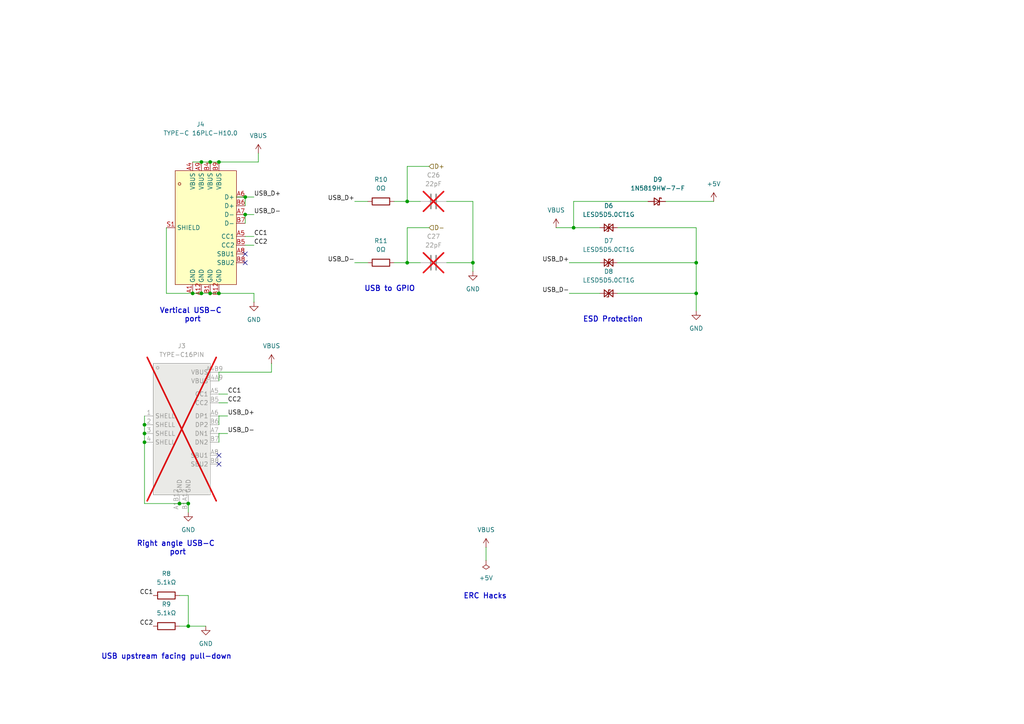
<source format=kicad_sch>
(kicad_sch (version 20231120) (generator "eeschema") (generator_version "8.0")
  (paper "A4")
  (lib_symbols
    (symbol "Device:C" (pin_numbers hide) (pin_names (offset 0.254))
      (property "Reference" "C" (at 0.635 2.54 0))
      (property "Value" "C" (at 0.635 -2.54 0))
      (symbol "C_0_1"
        (polyline (pts (xy -2.032 -0.762) (xy 2.032 -0.762)) (stroke (width 0.508)))
        (polyline (pts (xy -2.032 0.762) (xy 2.032 0.762)) (stroke (width 0.508)))
      )
      (symbol "C_1_1"
        (pin passive line (at 0 3.81 270) (length 2.794) (name "~") (number "1"))
        (pin passive line (at 0 -3.81 90) (length 2.794) (name "~") (number "2"))
      )
    )
    (symbol "Device:D_Schottky_Small" (pin_numbers hide) (pin_names (offset 0.254) hide)
      (property "Reference" "D" (at -1.27 2.032 0))
      (property "Value" "D_Schottky_Small" (at -7.112 -2.032 0))
      (symbol "D_Schottky_Small_0_1"
        (polyline (pts (xy -0.762 0) (xy 0.762 0)))
        (polyline (pts (xy 0.762 -1.016) (xy -0.762 0) (xy 0.762 1.016) (xy 0.762 -1.016)) (stroke (width 0.254)))
        (polyline (pts (xy -1.27 0.762) (xy -1.27 1.016) (xy -0.762 1.016) (xy -0.762 -1.016) (xy -0.254 -1.016) (xy -0.254 -0.762)) (stroke (width 0.254)))
      )
      (symbol "D_Schottky_Small_1_1"
        (pin passive line (at -2.54 0 0) (length 1.778) (name "K") (number "1"))
        (pin passive line (at 2.54 0 180) (length 1.778) (name "A") (number "2"))
      )
    )
    (symbol "Device:D_TVS_Small" (pin_numbers hide) (pin_names (offset 1.016) hide)
      (property "Reference" "D" (at 0 2.54 0))
      (property "Value" "D_TVS_Small" (at 0 -2.54 0))
      (symbol "D_TVS_Small_0_1"
        (polyline (pts (xy -1.27 0) (xy 1.27 0)))
        (polyline (pts (xy 0.508 1.016) (xy 0 1.016) (xy 0 -1.016) (xy -0.508 -1.016)) (stroke (width 0.254)))
        (polyline (pts (xy -1.27 1.016) (xy -1.27 -1.016) (xy 1.27 1.016) (xy 1.27 -1.016) (xy -1.27 1.016)) (stroke (width 0.254)))
      )
      (symbol "D_TVS_Small_1_1"
        (pin passive line (at -2.54 0 0) (length 1.27) (name "A1") (number "1"))
        (pin passive line (at 2.54 0 180) (length 1.27) (name "A2") (number "2"))
      )
    )
    (symbol "Device:R" (pin_numbers hide) (pin_names (offset 0))
      (property "Reference" "R" (at 2.032 0 90))
      (property "Value" "R" (at 0 0 90))
      (symbol "R_0_1"
        (rectangle (start -1.016 -2.54) (end 1.016 2.54) (stroke (width 0.254)))
      )
      (symbol "R_1_1"
        (pin passive line (at 0 3.81 270) (length 1.27) (name "~") (number "1"))
        (pin passive line (at 0 -3.81 90) (length 1.27) (name "~") (number "2"))
      )
    )
    (symbol "EasyEDA2Kicad:TYPE-C16PIN"
      (property "Reference" "J" (at -8.382 20.828 0))
      (property "Value" "TYPE-C16PIN" (at 9.144 -21.336 0))
      (symbol "TYPE-C16PIN_0_1"
        (rectangle (start -8.89 19.05) (end 7.62 -19.05) (fill (type background)))
        (circle (center -7.62 17.78) (radius 0.38))
        (pin unspecified line (at -11.43 3.81 0) (length 2.54) (name "SHELL") (number "1"))
        (pin unspecified line (at -11.43 1.27 0) (length 2.54) (name "SHELL") (number "2"))
        (pin unspecified line (at -11.43 -1.27 0) (length 2.54) (name "SHELL") (number "3"))
        (pin unspecified line (at -11.43 -3.81 0) (length 2.54) (name "SHELL") (number "4"))
        (pin unspecified line (at -1.27 -21.59 90) (length 2.54) (name "GND") (number "A1B12"))
        (pin unspecified line (at 10.16 16.51 180) (length 2.54) (name "VBUS") (number "A4B9"))
        (pin unspecified line (at 10.16 10.16 180) (length 2.54) (name "CC1") (number "A5"))
        (pin unspecified line (at 10.16 3.81 180) (length 2.54) (name "DP1") (number "A6"))
        (pin unspecified line (at 10.16 -1.27 180) (length 2.54) (name "DN1") (number "A7"))
        (pin unspecified line (at 10.16 -7.62 180) (length 2.54) (name "SBU1") (number "A8"))
        (pin unspecified line (at 1.27 -21.59 90) (length 2.54) (name "GND") (number "B1A12"))
        (pin unspecified line (at 10.16 13.97 180) (length 2.54) (name "VBUS") (number "B4A9"))
        (pin unspecified line (at 10.16 7.62 180) (length 2.54) (name "CC2") (number "B5"))
        (pin unspecified line (at 10.16 1.27 180) (length 2.54) (name "DP2") (number "B6"))
        (pin unspecified line (at 10.16 -3.81 180) (length 2.54) (name "DN2") (number "B7"))
        (pin unspecified line (at 10.16 -10.16 180) (length 2.54) (name "SBU2") (number "B8"))
      )
    )
    (symbol "EasyEDA2Kicad:TYPE-C16PLC-H10.0"
      (property "Reference" "J" (at -7.874 18.288 0))
      (property "Value" "TYPE-C 16PLC-H10.0" (at 16.256 18.542 0))
      (symbol "TYPE-C16PLC-H10.0_0_1"
        (rectangle (start -8.89 16.51) (end 8.89 -16.51) (fill (type background)))
        (circle (center -7.62 12.7) (radius 0.38))
        (pin unspecified line (at -3.81 -19.05 90) (length 2.54) (name "GND") (number "A1"))
        (pin unspecified line (at -1.27 -19.05 90) (length 2.54) (name "GND") (number "A12"))
        (pin unspecified line (at -3.81 19.05 270) (length 2.54) (name "VBUS") (number "A4"))
        (pin unspecified line (at 11.43 -2.54 180) (length 2.54) (name "CC1") (number "A5"))
        (pin unspecified line (at 11.43 8.89 180) (length 2.54) (name "D+") (number "A6"))
        (pin unspecified line (at 11.43 3.81 180) (length 2.54) (name "D-") (number "A7"))
        (pin unspecified line (at 11.43 -7.62 180) (length 2.54) (name "SBU1") (number "A8"))
        (pin unspecified line (at -1.27 19.05 270) (length 2.54) (name "VBUS") (number "A9"))
        (pin unspecified line (at 1.27 -19.05 90) (length 2.54) (name "GND") (number "B1"))
        (pin unspecified line (at 3.81 -19.05 90) (length 2.54) (name "GND") (number "B12"))
        (pin unspecified line (at 1.27 19.05 270) (length 2.54) (name "VBUS") (number "B4"))
        (pin unspecified line (at 11.43 -5.08 180) (length 2.54) (name "CC2") (number "B5"))
        (pin unspecified line (at 11.43 6.35 180) (length 2.54) (name "D+") (number "B6"))
        (pin unspecified line (at 11.43 1.27 180) (length 2.54) (name "D-") (number "B7"))
        (pin unspecified line (at 11.43 -10.16 180) (length 2.54) (name "SBU2") (number "B8"))
        (pin unspecified line (at 3.81 19.05 270) (length 2.54) (name "VBUS") (number "B9"))
      )
      (symbol "TYPE-C16PLC-H10.0_1_1"
        (pin unspecified line (at -11.43 0 0) (length 2.54) (name "SHIELD") (number "S1"))
      )
    )
    (symbol "power:+5V" (power) (pin_numbers hide) (pin_names (offset 0) hide)
      (property "Value" "+5V" (at 0 3.556 0))
      (symbol "+5V_0_1"
        (polyline (pts (xy -0.762 1.27) (xy 0 2.54)))
        (polyline (pts (xy 0 0) (xy 0 2.54)))
        (polyline (pts (xy 0 2.54) (xy 0.762 1.27)))
      )
      (symbol "+5V_1_1"
        (pin power_in line (at 0 0 90) (length 0) (name "~") (number "1"))
      )
    )
    (symbol "power:GND" (power) (pin_numbers hide) (pin_names (offset 0) hide)
      (property "Value" "GND" (at 0 -3.81 0))
      (symbol "GND_0_1"
        (polyline (pts (xy 0 0) (xy 0 -1.27) (xy 1.27 -1.27) (xy 0 -2.54) (xy -1.27 -1.27) (xy 0 -1.27)))
      )
      (symbol "GND_1_1"
        (pin power_in line (at 0 0 270) (length 0) (name "~") (number "1"))
      )
    )
    (symbol "power:PWR_FLAG" (power) (pin_numbers hide) (pin_names (offset 0) hide)
      (property "Value" "PWR_FLAG" (at 0 3.81 0))
      (symbol "PWR_FLAG_0_0"
        (pin power_out line (at 0 0 90) (length 0) (name "~") (number "1"))
      )
      (symbol "PWR_FLAG_0_1"
        (polyline (pts (xy 0 0) (xy 0 1.27) (xy -1.016 1.905) (xy 0 2.54) (xy 1.016 1.905) (xy 0 1.27)))
      )
    )
    (symbol "power:VBUS" (power) (pin_numbers hide) (pin_names (offset 0) hide)
      (property "Value" "VBUS" (at 0 3.556 0))
      (symbol "VBUS_0_1"
        (polyline (pts (xy -0.762 1.27) (xy 0 2.54)))
        (polyline (pts (xy 0 0) (xy 0 2.54)))
        (polyline (pts (xy 0 2.54) (xy 0.762 1.27)))
      )
      (symbol "VBUS_1_1"
        (pin power_in line (at 0 0 90) (length 0) (name "~") (number "1"))
      )
    )
  )
  (junction (at 137.16 76.2))
  (junction (at 60.96 85.09))
  (junction (at 52.07 146.05))
  (junction (at 63.5 85.09))
  (junction (at 63.5 46.99))
  (junction (at 118.11 76.2))
  (junction (at 58.42 85.09))
  (junction (at 54.61 181.61))
  (junction (at 41.91 123.19))
  (junction (at 54.61 146.05))
  (junction (at 201.93 85.09))
  (junction (at 55.88 85.09))
  (junction (at 58.42 46.99))
  (junction (at 166.37 66.04))
  (junction (at 71.12 62.23))
  (junction (at 60.96 46.99))
  (junction (at 71.12 57.15))
  (junction (at 41.91 128.27))
  (junction (at 201.93 76.2))
  (junction (at 41.91 125.73))
  (junction (at 118.11 58.42))
  (no_connect (at 71.12 76.2))
  (no_connect (at 71.12 73.66))
  (no_connect (at 63.5 134.62))
  (no_connect (at 63.5 132.08))
  (wire (pts (xy 78.74 107.95) (xy 63.5 107.95)))
  (wire (pts (xy 71.12 57.15) (xy 68.58 57.15)))
  (wire (pts (xy 63.5 46.99) (xy 74.93 46.99)))
  (wire (pts (xy 129.54 58.42) (xy 137.16 58.42)))
  (wire (pts (xy 63.5 120.65) (xy 63.5 123.19)))
  (wire (pts (xy 166.37 66.04) (xy 166.37 58.42)))
  (wire (pts (xy 118.11 66.04) (xy 124.46 66.04)))
  (wire (pts (xy 71.12 62.23) (xy 73.66 62.23)))
  (wire (pts (xy 54.61 146.05) (xy 54.61 148.59)))
  (wire (pts (xy 73.66 71.12) (xy 71.12 71.12)))
  (wire (pts (xy 73.66 85.09) (xy 73.66 87.63)))
  (wire (pts (xy 102.87 76.2) (xy 106.68 76.2)))
  (wire (pts (xy 66.04 114.3) (xy 63.5 114.3)))
  (wire (pts (xy 48.26 66.04) (xy 48.26 85.09)))
  (wire (pts (xy 179.07 85.09) (xy 201.93 85.09)))
  (wire (pts (xy 59.69 181.61) (xy 54.61 181.61)))
  (wire (pts (xy 58.42 46.99) (xy 60.96 46.99)))
  (wire (pts (xy 165.1 85.09) (xy 173.99 85.09)))
  (wire (pts (xy 60.96 85.09) (xy 63.5 85.09)))
  (wire (pts (xy 140.97 158.75) (xy 140.97 162.56)))
  (wire (pts (xy 71.12 57.15) (xy 71.12 59.69)))
  (wire (pts (xy 41.91 125.73) (xy 41.91 128.27)))
  (wire (pts (xy 118.11 76.2) (xy 121.92 76.2)))
  (wire (pts (xy 71.12 57.15) (xy 73.66 57.15)))
  (wire (pts (xy 41.91 120.65) (xy 41.91 123.19)))
  (wire (pts (xy 52.07 172.72) (xy 54.61 172.72)))
  (wire (pts (xy 58.42 85.09) (xy 60.96 85.09)))
  (wire (pts (xy 63.5 107.95) (xy 63.5 110.49)))
  (wire (pts (xy 41.91 128.27) (xy 41.91 146.05)))
  (wire (pts (xy 73.66 68.58) (xy 71.12 68.58)))
  (wire (pts (xy 63.5 125.73) (xy 63.5 128.27)))
  (wire (pts (xy 102.87 58.42) (xy 106.68 58.42)))
  (wire (pts (xy 166.37 58.42) (xy 187.96 58.42)))
  (wire (pts (xy 129.54 76.2) (xy 137.16 76.2)))
  (wire (pts (xy 48.26 85.09) (xy 55.88 85.09)))
  (wire (pts (xy 118.11 48.26) (xy 124.46 48.26)))
  (wire (pts (xy 201.93 66.04) (xy 201.93 76.2)))
  (wire (pts (xy 118.11 76.2) (xy 118.11 66.04)))
  (wire (pts (xy 54.61 172.72) (xy 54.61 181.61)))
  (wire (pts (xy 66.04 116.84) (xy 63.5 116.84)))
  (wire (pts (xy 165.1 76.2) (xy 173.99 76.2)))
  (wire (pts (xy 201.93 76.2) (xy 201.93 85.09)))
  (wire (pts (xy 54.61 181.61) (xy 52.07 181.61)))
  (wire (pts (xy 55.88 46.99) (xy 58.42 46.99)))
  (wire (pts (xy 118.11 58.42) (xy 121.92 58.42)))
  (wire (pts (xy 74.93 44.45) (xy 74.93 46.99)))
  (wire (pts (xy 55.88 85.09) (xy 58.42 85.09)))
  (wire (pts (xy 118.11 58.42) (xy 118.11 48.26)))
  (wire (pts (xy 114.3 76.2) (xy 118.11 76.2)))
  (wire (pts (xy 201.93 85.09) (xy 201.93 90.17)))
  (wire (pts (xy 71.12 62.23) (xy 71.12 64.77)))
  (wire (pts (xy 41.91 123.19) (xy 41.91 125.73)))
  (wire (pts (xy 60.96 46.99) (xy 63.5 46.99)))
  (wire (pts (xy 179.07 66.04) (xy 201.93 66.04)))
  (wire (pts (xy 78.74 105.41) (xy 78.74 107.95)))
  (wire (pts (xy 41.91 146.05) (xy 52.07 146.05)))
  (wire (pts (xy 137.16 76.2) (xy 137.16 78.74)))
  (wire (pts (xy 179.07 76.2) (xy 201.93 76.2)))
  (wire (pts (xy 52.07 146.05) (xy 54.61 146.05)))
  (wire (pts (xy 63.5 85.09) (xy 73.66 85.09)))
  (wire (pts (xy 63.5 125.73) (xy 66.04 125.73)))
  (wire (pts (xy 63.5 120.65) (xy 66.04 120.65)))
  (wire (pts (xy 137.16 58.42) (xy 137.16 76.2)))
  (wire (pts (xy 114.3 58.42) (xy 118.11 58.42)))
  (wire (pts (xy 193.04 58.42) (xy 207.01 58.42)))
  (wire (pts (xy 161.29 66.04) (xy 166.37 66.04)))
  (wire (pts (xy 166.37 66.04) (xy 173.99 66.04)))
  (text "ERC Hacks" (at 140.716 172.974 0) (effects (font (size 1.524 1.524) (thickness 0.254) (bold yes))))
  (text "Right angle USB-C \nport" (at 51.562 159.004 0) (effects (font (size 1.524 1.524) (thickness 0.254) (bold yes))))
  (text "Vertical USB-C \nport" (at 55.88 91.44 0) (effects (font (size 1.524 1.524) (thickness 0.254) (bold yes))))
  (text "ESD Protection" (at 177.8 92.71 0) (effects (font (size 1.524 1.524) (thickness 0.254) (bold yes))))
  (text "USB to GPIO" (at 113.03 83.82 0) (effects (font (size 1.524 1.524) (thickness 0.254) (bold yes))))
  (text "USB upstream facing pull-down\n" (at 48.26 190.5 0) (effects (font (size 1.524 1.524) (thickness 0.254) (bold yes))))
  (label "USB_D-" (at 73.66 62.23 0))
  (label "CC1" (at 73.66 68.58 0))
  (label "USB_D+" (at 66.04 120.65 0))
  (label "CC2" (at 73.66 71.12 0))
  (label "USB_D+" (at 102.87 58.42 180))
  (label "CC2" (at 66.04 116.84 0))
  (label "USB_D-" (at 102.87 76.2 180))
  (label "USB_D-" (at 165.1 85.09 180))
  (label "USB_D+" (at 165.1 76.2 180))
  (label "CC1" (at 66.04 114.3 0))
  (label "USB_D+" (at 73.66 57.15 0))
  (label "USB_D-" (at 66.04 125.73 0))
  (label "CC1" (at 44.45 172.72 180))
  (label "CC2" (at 44.45 181.61 180))
  (hierarchical_label "D+" (shape input) (at 124.46 48.26 0))
  (hierarchical_label "D-" (shape input) (at 124.46 66.04 0))
  (symbol (lib_id "Device:C") (at 125.73 76.2 90) (unit 1) (in_bom no) (dnp yes)
    (property "Reference" "C27" (at 125.73 68.58 90))
    (property "Value" "22pF" (at 125.73 71.12 90))
    (property "Footprint" "Capacitor_SMD:C_0402_1005Metric" (effects (hide yes)))
    (property "Description" "Unpolarized capacitor" (effects (hide yes)))
  )
  (symbol (lib_id "power:GND") (at 59.69 181.61 0) (unit 1)
    (property "Reference" "#PWR036" (effects (hide yes)))
    (property "Value" "GND" (at 59.69 186.69 0))
    (property "Description" "Power symbol creates a global label with name \"GND\" , ground" (effects (hide yes)))
  )
  (symbol (lib_id "Device:R") (at 48.26 172.72 90) (unit 1)
    (property "Reference" "R8" (at 48.26 166.37 90))
    (property "Value" "5.1kΩ" (at 48.26 168.91 90))
    (property "Footprint" "Resistor_SMD:R_0402_1005Metric" (effects (hide yes)))
    (property "Description" "Resistor" (effects (hide yes)))
    (property "JLCPCB Part #" "C25905" (effects (hide yes)))
  )
  (symbol (lib_id "power:VBUS") (at 78.74 105.41 0) (unit 1)
    (property "Reference" "#PWR039" (effects (hide yes)))
    (property "Value" "VBUS" (at 78.74 100.33 0))
    (property "Description" "Power symbol creates a global label with name \"VBUS\"" (effects (hide yes)))
  )
  (symbol (lib_id "power:GND") (at 73.66 87.63 0) (unit 1)
    (property "Reference" "#PWR037" (effects (hide yes)))
    (property "Value" "GND" (at 73.66 92.71 0))
    (property "Description" "Power symbol creates a global label with name \"GND\" , ground" (effects (hide yes)))
  )
  (symbol (lib_id "Device:C") (at 125.73 58.42 90) (unit 1) (in_bom no) (dnp yes)
    (property "Reference" "C26" (at 125.73 50.8 90))
    (property "Value" "22pF" (at 125.73 53.34 90))
    (property "Footprint" "Capacitor_SMD:C_0402_1005Metric" (effects (hide yes)))
    (property "Description" "Unpolarized capacitor" (effects (hide yes)))
  )
  (symbol (lib_id "EasyEDA2Kicad:TYPE-C16PLC-H10.0") (at 59.69 66.04 0) (unit 1)
    (property "Reference" "J4" (at 58.166 36.068 0))
    (property "Value" "TYPE-C 16PLC-H10.0" (at 58.166 38.608 0))
    (property "Footprint" "EasyEDA2Kicad:TYPE-C-TH_16PLC-H10.0" (effects (hide yes)))
    (property "LCSC Part" "C3151747" (effects (hide yes)))
    (property "JLCPCB Part #" "C3151747" (effects (hide yes)))
  )
  (symbol (lib_id "power:GND") (at 137.16 78.74 0) (unit 1)
    (property "Reference" "#PWR040" (effects (hide yes)))
    (property "Value" "GND" (at 137.16 83.82 0))
    (property "Description" "Power symbol creates a global label with name \"GND\" , ground" (effects (hide yes)))
  )
  (symbol (lib_id "power:GND") (at 54.61 148.59 0) (unit 1)
    (property "Reference" "#PWR035" (effects (hide yes)))
    (property "Value" "GND" (at 54.61 153.67 0))
    (property "Description" "Power symbol creates a global label with name \"GND\" , ground" (effects (hide yes)))
  )
  (symbol (lib_id "Device:R") (at 110.49 76.2 90) (unit 1)
    (property "Reference" "R11" (at 110.49 69.85 90))
    (property "Value" "0Ω" (at 110.49 72.39 90))
    (property "Footprint" "Resistor_SMD:R_0402_1005Metric" (effects (hide yes)))
    (property "Description" "Resistor" (effects (hide yes)))
    (property "JLCPCB Part #" "C17168" (effects (hide yes)))
  )
  (symbol (lib_id "power:VBUS") (at 74.93 44.45 0) (unit 1)
    (property "Reference" "#PWR038" (effects (hide yes)))
    (property "Value" "VBUS" (at 74.93 39.37 0))
    (property "Description" "Power symbol creates a global label with name \"VBUS\"" (effects (hide yes)))
  )
  (symbol (lib_id "power:VBUS") (at 161.29 66.04 0) (unit 1)
    (property "Reference" "#PWR042" (effects (hide yes)))
    (property "Value" "VBUS" (at 161.29 60.96 0))
    (property "Description" "Power symbol creates a global label with name \"VBUS\"" (effects (hide yes)))
  )
  (symbol (lib_id "Device:D_TVS_Small") (at 176.53 66.04 0) (unit 1)
    (property "Reference" "D6" (at 176.53 59.69 0))
    (property "Value" "LESD5D5.0CT1G" (at 176.53 62.23 0))
    (property "Footprint" "Diode_SMD:D_SOD-523" (effects (hide yes)))
    (property "Description" "Bidirectional transient-voltage-suppression diode, small symbol" (effects (hide yes)))
    (property "JLCPCB Part #" "C383211" (effects (hide yes)))
  )
  (symbol (lib_id "power:PWR_FLAG") (at 140.97 162.56 180) (unit 1)
    (property "Reference" "#FLG03" (effects (hide yes)))
    (property "Value" "+5V" (at 140.97 167.64 0))
    (property "Description" "Special symbol for telling ERC where power comes from" (effects (hide yes)))
  )
  (symbol (lib_id "EasyEDA2Kicad:TYPE-C16PIN") (at 53.34 124.46 0) (unit 1) (dnp yes)
    (property "Reference" "J3" (at 52.705 100.33 0))
    (property "Value" "TYPE-C16PIN" (at 52.705 102.87 0))
    (property "Footprint" "EasyEDA2Kicad:USB-C-SMD_TYPE-C16PIN" (effects (hide yes)))
    (property "Datasheet" "https://lcsc.com/product-detail/USB-Connectors_SHOU-HAN-TYPE-C16PIN_C393939.html" (effects (hide yes)))
    (property "LCSC Part" "C393939" (effects (hide yes)))
    (property "JLCPCB Part #" "C393939" (effects (hide yes)))
  )
  (symbol (lib_id "Device:D_Schottky_Small") (at 190.5 58.42 0) (mirror y) (unit 1)
    (property "Reference" "D9" (at 190.754 52.07 0))
    (property "Value" "1N5819HW-7-F" (at 190.754 54.61 0))
    (property "Footprint" "Diode_SMD:D_SOD-123" (effects (hide yes)))
    (property "Description" "Schottky diode, small symbol" (effects (hide yes)))
    (property "JLCPCB Part #" "C82544" (effects (hide yes)))
  )
  (symbol (lib_id "power:+5V") (at 207.01 58.42 0) (unit 1)
    (property "Reference" "#PWR044" (effects (hide yes)))
    (property "Value" "+5V" (at 207.01 53.34 0))
    (property "Description" "Power symbol creates a global label with name \"+5V\"" (effects (hide yes)))
  )
  (symbol (lib_id "Device:R") (at 48.26 181.61 90) (unit 1)
    (property "Reference" "R9" (at 48.26 175.26 90))
    (property "Value" "5.1kΩ" (at 48.26 177.8 90))
    (property "Footprint" "Resistor_SMD:R_0402_1005Metric" (effects (hide yes)))
    (property "Description" "Resistor" (effects (hide yes)))
    (property "JLCPCB Part #" "C25905" (effects (hide yes)))
  )
  (symbol (lib_id "Device:D_TVS_Small") (at 176.53 85.09 0) (unit 1)
    (property "Reference" "D8" (at 176.53 78.74 0))
    (property "Value" "LESD5D5.0CT1G" (at 176.53 81.28 0))
    (property "Footprint" "Diode_SMD:D_SOD-523" (effects (hide yes)))
    (property "Description" "Bidirectional transient-voltage-suppression diode, small symbol" (effects (hide yes)))
    (property "JLCPCB Part #" "C383211" (effects (hide yes)))
  )
  (symbol (lib_id "Device:R") (at 110.49 58.42 90) (unit 1)
    (property "Reference" "R10" (at 110.49 52.07 90))
    (property "Value" "0Ω" (at 110.49 54.61 90))
    (property "Footprint" "Resistor_SMD:R_0402_1005Metric" (effects (hide yes)))
    (property "Description" "Resistor" (effects (hide yes)))
    (property "JLCPCB Part #" "C17168" (effects (hide yes)))
  )
  (symbol (lib_id "Device:D_TVS_Small") (at 176.53 76.2 0) (unit 1)
    (property "Reference" "D7" (at 176.53 69.85 0))
    (property "Value" "LESD5D5.0CT1G" (at 176.53 72.39 0))
    (property "Footprint" "Diode_SMD:D_SOD-523" (effects (hide yes)))
    (property "Description" "Bidirectional transient-voltage-suppression diode, small symbol" (effects (hide yes)))
    (property "JLCPCB Part #" "C383211" (effects (hide yes)))
  )
  (symbol (lib_id "power:VBUS") (at 140.97 158.75 0) (unit 1)
    (property "Reference" "#PWR041" (effects (hide yes)))
    (property "Value" "VBUS" (at 140.97 153.67 0))
    (property "Description" "Power symbol creates a global label with name \"VBUS\"" (effects (hide yes)))
  )
  (symbol (lib_id "power:GND") (at 201.93 90.17 0) (unit 1)
    (property "Reference" "#PWR043" (effects (hide yes)))
    (property "Value" "GND" (at 201.93 95.25 0))
    (property "Description" "Power symbol creates a global label with name \"GND\" , ground" (effects (hide yes)))
  )
)
</source>
